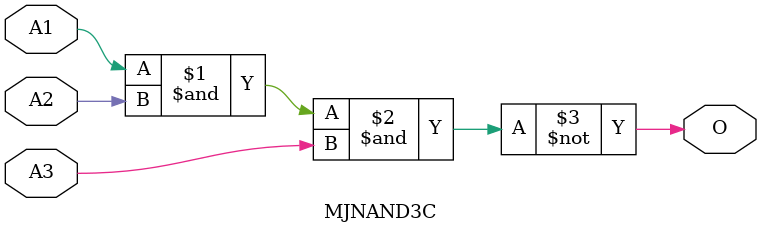
<source format=v>
module MJNAND3C(A1, A2, A3, O);
input   A1;
input   A2;
input   A3;
output  O;
nand g0(O, A1, A2, A3);
endmodule
</source>
